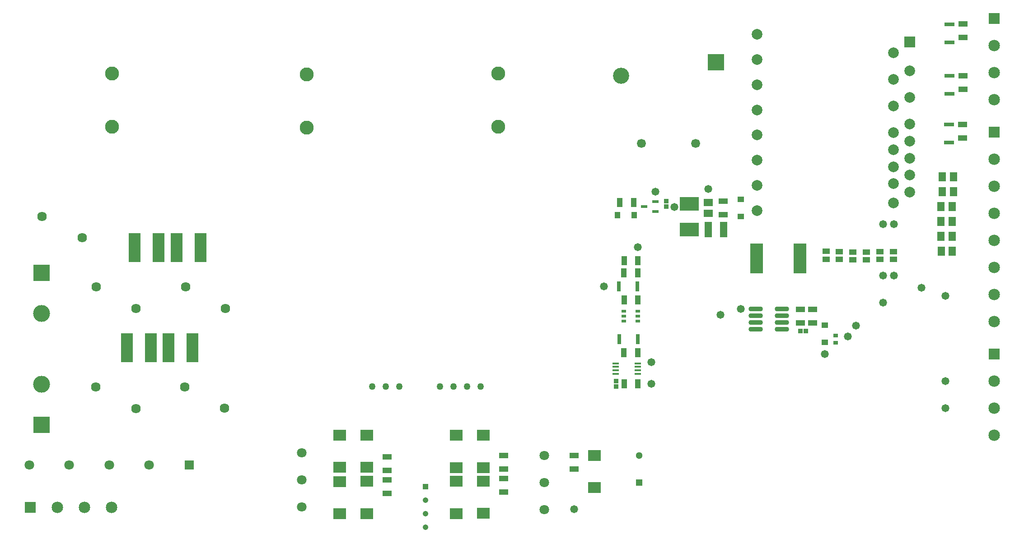
<source format=gts>
G04*
G04 #@! TF.GenerationSoftware,Altium Limited,Altium Designer,24.10.1 (45)*
G04*
G04 Layer_Color=8388736*
%FSLAX44Y44*%
%MOMM*%
G71*
G04*
G04 #@! TF.SameCoordinates,A4BD9A84-A7EC-4617-AE02-E11DBA2AA322*
G04*
G04*
G04 #@! TF.FilePolarity,Negative*
G04*
G01*
G75*
%ADD22R,1.3562X1.0546*%
%ADD23R,1.2192X0.5588*%
%ADD27R,1.6582X1.1055*%
%ADD28R,0.8121X0.6587*%
%ADD29R,0.8763X0.5080*%
%ADD30R,1.1055X1.6582*%
G04:AMPARAMS|DCode=31|XSize=1.2565mm|YSize=0.418mm|CornerRadius=0.209mm|HoleSize=0mm|Usage=FLASHONLY|Rotation=180.000|XOffset=0mm|YOffset=0mm|HoleType=Round|Shape=RoundedRectangle|*
%AMROUNDEDRECTD31*
21,1,1.2565,0.0000,0,0,180.0*
21,1,0.8385,0.4180,0,0,180.0*
1,1,0.4180,-0.4193,0.0000*
1,1,0.4180,0.4193,0.0000*
1,1,0.4180,0.4193,0.0000*
1,1,0.4180,-0.4193,0.0000*
%
%ADD31ROUNDEDRECTD31*%
%ADD32R,1.2565X0.4180*%
%ADD33R,2.4892X5.5880*%
%ADD34R,1.9062X0.7562*%
%ADD36R,2.3300X1.9900*%
%ADD42R,0.7562X1.9062*%
%ADD43R,2.3022X5.4031*%
%ADD44R,1.4532X1.7532*%
%ADD45R,0.8532X0.8532*%
%ADD46R,1.1532X1.1032*%
%ADD47O,2.7032X0.9032*%
%ADD48R,0.8532X0.8532*%
%ADD49R,3.6232X2.6632*%
%ADD50R,1.7532X1.4532*%
%ADD51R,1.4032X2.9032*%
%ADD52R,1.1032X1.1532*%
%ADD53R,2.0032X2.0032*%
%ADD54C,2.0032*%
%ADD55R,2.1532X2.1532*%
%ADD56C,2.1532*%
%ADD57R,3.1732X3.1732*%
%ADD58C,3.1732*%
%ADD59R,2.1532X2.1532*%
%ADD60R,1.8034X1.8034*%
%ADD61C,1.8034*%
%ADD62C,2.6162*%
%ADD63R,1.3000X1.3000*%
%ADD64C,1.3000*%
%ADD65C,1.2700*%
%ADD66C,1.0668*%
%ADD67R,1.0668X1.0668*%
%ADD68C,1.6900*%
%ADD69C,3.0300*%
%ADD70R,3.1600X3.1600*%
%ADD71C,1.7932*%
%ADD72C,1.4732*%
D22*
X1835791Y784323D02*
D03*
Y798839D02*
D03*
X1911991Y784685D02*
D03*
Y799201D02*
D03*
X1886591Y784685D02*
D03*
Y799201D02*
D03*
X1861190Y784323D02*
D03*
Y798839D02*
D03*
X1810390Y784685D02*
D03*
Y799201D02*
D03*
X1785620Y785222D02*
D03*
Y799738D02*
D03*
D23*
X1466088Y874395D02*
D03*
Y893445D02*
D03*
X1444752Y883920D02*
D03*
D27*
X1760220Y690880D02*
D03*
Y665353D02*
D03*
X1737360Y690816D02*
D03*
Y665290D02*
D03*
X2042080Y1201293D02*
D03*
Y1226820D02*
D03*
X2042240Y1104307D02*
D03*
Y1129834D02*
D03*
X2041531Y1012796D02*
D03*
Y1038323D02*
D03*
X962660Y345377D02*
D03*
Y370904D02*
D03*
Y414084D02*
D03*
Y388557D02*
D03*
X1313180Y391097D02*
D03*
Y416624D02*
D03*
X1181100Y416560D02*
D03*
Y391033D02*
D03*
Y347853D02*
D03*
Y373380D02*
D03*
X1592580Y868616D02*
D03*
Y894144D02*
D03*
D28*
X1803400Y641767D02*
D03*
Y628233D02*
D03*
D29*
X1406716Y668680D02*
D03*
Y678180D02*
D03*
Y687680D02*
D03*
X1433004D02*
D03*
Y678180D02*
D03*
Y668680D02*
D03*
D30*
X1407097Y708660D02*
D03*
X1432623D02*
D03*
X1407097Y551180D02*
D03*
X1432623D02*
D03*
X1407033Y609600D02*
D03*
X1432560D02*
D03*
X1407033Y759460D02*
D03*
X1432560D02*
D03*
X1407160Y782320D02*
D03*
X1432687D02*
D03*
X1424940Y891540D02*
D03*
X1399413D02*
D03*
D31*
X1391543Y570080D02*
D03*
Y576580D02*
D03*
Y583080D02*
D03*
Y589580D02*
D03*
X1432560D02*
D03*
Y583080D02*
D03*
Y576580D02*
D03*
D32*
Y570080D02*
D03*
D33*
X1655197Y786863D02*
D03*
X1736985D02*
D03*
D34*
X2016131Y1038323D02*
D03*
Y1003823D02*
D03*
X2016840Y1129770D02*
D03*
Y1095270D02*
D03*
X2016680Y1226290D02*
D03*
Y1191790D02*
D03*
D36*
X873760Y307340D02*
D03*
Y367540D02*
D03*
Y454660D02*
D03*
Y394460D02*
D03*
X1092200Y454280D02*
D03*
Y394080D02*
D03*
X1143000Y308100D02*
D03*
Y368300D02*
D03*
X924560Y307720D02*
D03*
Y367920D02*
D03*
Y454660D02*
D03*
Y394460D02*
D03*
X1143000Y454280D02*
D03*
Y394080D02*
D03*
X1092200Y307720D02*
D03*
Y367920D02*
D03*
X1351280Y356360D02*
D03*
Y416560D02*
D03*
D42*
X1432030Y734060D02*
D03*
X1397530D02*
D03*
X1432560Y635000D02*
D03*
X1398060D02*
D03*
D43*
X489866Y807183D02*
D03*
X534875D02*
D03*
X613615D02*
D03*
X568606D02*
D03*
X520071Y619223D02*
D03*
X475062D02*
D03*
X553446D02*
D03*
X598455D02*
D03*
D44*
X2021930Y800100D02*
D03*
X2001430D02*
D03*
X2021840Y828040D02*
D03*
X2001340D02*
D03*
X2021840Y855980D02*
D03*
X2001340D02*
D03*
X2024380Y911860D02*
D03*
X2003880D02*
D03*
X2024380Y939800D02*
D03*
X2003880D02*
D03*
X2021840Y883920D02*
D03*
X2001340D02*
D03*
D45*
X1747440Y650240D02*
D03*
X1737440D02*
D03*
D46*
X1783080Y629410D02*
D03*
Y660910D02*
D03*
X1625600Y865630D02*
D03*
Y897130D02*
D03*
D47*
X1653811Y691613D02*
D03*
Y678913D02*
D03*
Y666213D02*
D03*
Y653513D02*
D03*
X1702810Y691613D02*
D03*
Y678913D02*
D03*
Y666213D02*
D03*
Y653513D02*
D03*
D48*
X1391920Y546100D02*
D03*
Y556100D02*
D03*
X1485900Y884000D02*
D03*
Y894000D02*
D03*
D49*
X1529080Y889240D02*
D03*
Y840740D02*
D03*
D50*
X1564640Y891540D02*
D03*
Y871040D02*
D03*
D51*
Y840740D02*
D03*
X1593640D02*
D03*
D52*
X1394585Y868045D02*
D03*
X1426085D02*
D03*
D53*
X1942471Y1192823D02*
D03*
D54*
X1912471Y1172823D02*
D03*
X1942471Y1138823D02*
D03*
X1912471Y1122823D02*
D03*
X1942471Y1088823D02*
D03*
X1912471Y1072823D02*
D03*
X1942471Y1038823D02*
D03*
X1912471Y1022823D02*
D03*
X1942471Y1006823D02*
D03*
X1912471Y990823D02*
D03*
X1942471Y974823D02*
D03*
X1912471Y958823D02*
D03*
X1942471Y942823D02*
D03*
X1912471Y926823D02*
D03*
X1942471Y910823D02*
D03*
X1912471Y890823D02*
D03*
X1656471Y876273D02*
D03*
Y923573D02*
D03*
Y970873D02*
D03*
Y1018173D02*
D03*
Y1065473D02*
D03*
Y1112773D02*
D03*
Y1160073D02*
D03*
Y1207373D02*
D03*
D55*
X2100580Y1023620D02*
D03*
Y607060D02*
D03*
Y1236980D02*
D03*
D56*
Y972820D02*
D03*
Y922020D02*
D03*
Y871220D02*
D03*
Y820420D02*
D03*
Y769620D02*
D03*
Y718820D02*
D03*
Y668020D02*
D03*
X344811Y319503D02*
D03*
X395611D02*
D03*
X446411D02*
D03*
X2100580Y556260D02*
D03*
Y505460D02*
D03*
Y454660D02*
D03*
Y1186180D02*
D03*
Y1135380D02*
D03*
Y1084580D02*
D03*
D57*
X314960Y759460D02*
D03*
X314960Y474418D02*
D03*
D58*
X314960Y683460D02*
D03*
X314960Y550418D02*
D03*
D59*
X294011Y319503D02*
D03*
D60*
X592100Y398780D02*
D03*
D61*
X517100D02*
D03*
X442100D02*
D03*
X367100D02*
D03*
X292100D02*
D03*
X802640Y421640D02*
D03*
Y370840D02*
D03*
Y320039D02*
D03*
X1257300Y416560D02*
D03*
Y365760D02*
D03*
Y314960D02*
D03*
D62*
X447040Y1033780D02*
D03*
Y1133780D02*
D03*
X1170940D02*
D03*
Y1033780D02*
D03*
X812171Y1132303D02*
D03*
Y1032303D02*
D03*
D63*
X1435100Y366160D02*
D03*
D64*
Y416160D02*
D03*
D65*
X1137920Y546100D02*
D03*
X1112520D02*
D03*
X1087120D02*
D03*
X1061720D02*
D03*
X985520D02*
D03*
X960120D02*
D03*
X934720D02*
D03*
D66*
X1035050Y281940D02*
D03*
Y307340D02*
D03*
Y332740D02*
D03*
D67*
Y358140D02*
D03*
D68*
X1541151Y1002763D02*
D03*
X1439551D02*
D03*
D69*
X1401451Y1129763D02*
D03*
D70*
X1579251Y1155163D02*
D03*
D71*
X583571Y545563D02*
D03*
X658571Y505563D02*
D03*
X316160Y865500D02*
D03*
X391160Y825500D02*
D03*
X585126Y732883D02*
D03*
X660126Y692883D02*
D03*
X492486D02*
D03*
X417486Y732883D02*
D03*
X416886Y544923D02*
D03*
X491886Y504923D02*
D03*
D72*
X1432560Y807720D02*
D03*
X1465580Y911860D02*
D03*
X1457960Y591820D02*
D03*
X2009140Y716280D02*
D03*
X1457960Y551180D02*
D03*
X1892300Y703580D02*
D03*
X1625600Y691450D02*
D03*
X1912620Y754380D02*
D03*
X1892300D02*
D03*
Y850900D02*
D03*
X1912620D02*
D03*
X1964436Y731520D02*
D03*
X2009140Y556260D02*
D03*
X1841500Y660400D02*
D03*
X2009140Y505460D02*
D03*
X1826260Y640080D02*
D03*
X1564640Y916940D02*
D03*
X1501021Y883046D02*
D03*
X1587500Y680720D02*
D03*
X1369060Y734060D02*
D03*
X1313815Y315961D02*
D03*
X1783080Y607060D02*
D03*
M02*

</source>
